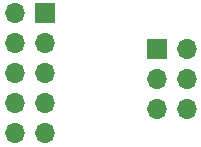
<source format=gbr>
%TF.GenerationSoftware,KiCad,Pcbnew,(6.0.6)*%
%TF.CreationDate,2022-08-19T09:49:53-07:00*%
%TF.ProjectId,rrf_rpi_skr_adapter,7272665f-7270-4695-9f73-6b725f616461,rev?*%
%TF.SameCoordinates,PX8404630PY621abf0*%
%TF.FileFunction,Soldermask,Bot*%
%TF.FilePolarity,Negative*%
%FSLAX46Y46*%
G04 Gerber Fmt 4.6, Leading zero omitted, Abs format (unit mm)*
G04 Created by KiCad (PCBNEW (6.0.6)) date 2022-08-19 09:49:53*
%MOMM*%
%LPD*%
G01*
G04 APERTURE LIST*
%ADD10R,1.700000X1.700000*%
%ADD11O,1.700000X1.700000*%
G04 APERTURE END LIST*
D10*
%TO.C,J2*%
X3920000Y11920000D03*
D11*
X1380000Y11920000D03*
X3920000Y9380000D03*
X1380000Y9380000D03*
X3920000Y6840000D03*
X1380000Y6840000D03*
X3920000Y4300000D03*
X1380000Y4300000D03*
X3920000Y1760000D03*
X1380000Y1760000D03*
%TD*%
D10*
%TO.C,J1*%
X13400000Y8875000D03*
D11*
X15940000Y8875000D03*
X13400000Y6335000D03*
X15940000Y6335000D03*
X13400000Y3795000D03*
X15940000Y3795000D03*
%TD*%
M02*

</source>
